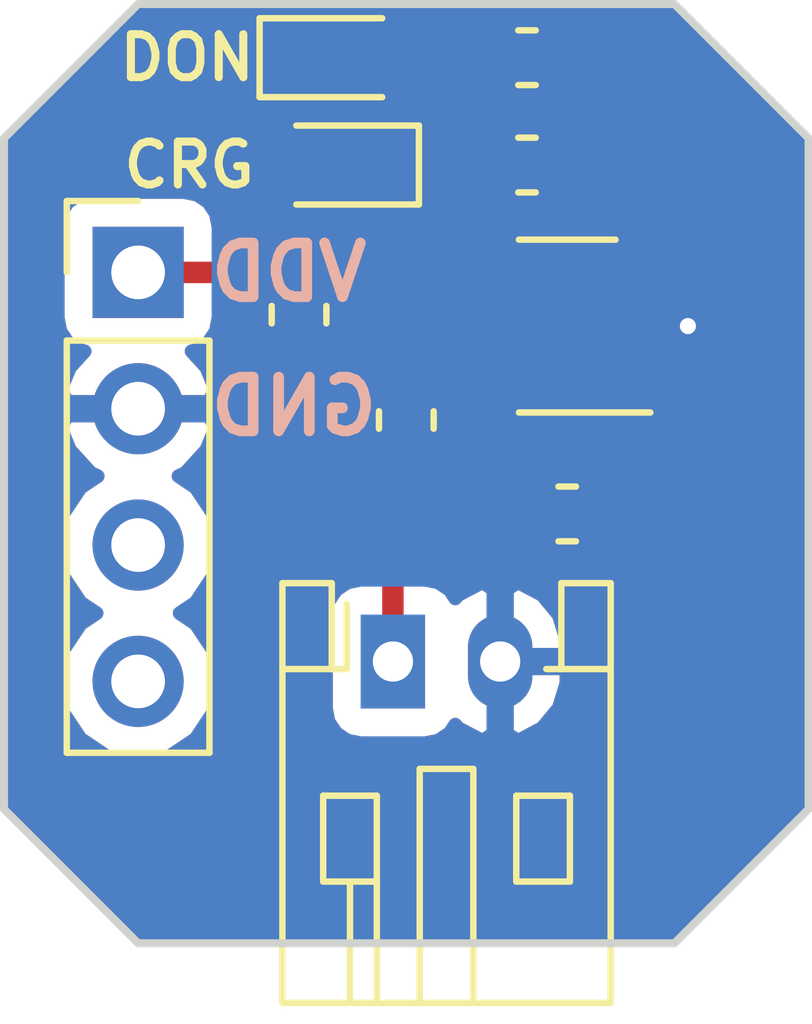
<source format=kicad_pcb>
(kicad_pcb (version 20171130) (host pcbnew "(5.0.0-3-g5ebb6b6)")

  (general
    (thickness 1.6)
    (drawings 12)
    (tracks 34)
    (zones 0)
    (modules 10)
    (nets 10)
  )

  (page A4)
  (layers
    (0 F.Cu signal)
    (31 B.Cu signal)
    (32 B.Adhes user)
    (33 F.Adhes user)
    (34 B.Paste user)
    (35 F.Paste user)
    (36 B.SilkS user)
    (37 F.SilkS user)
    (38 B.Mask user)
    (39 F.Mask user)
    (40 Dwgs.User user)
    (41 Cmts.User user)
    (42 Eco1.User user)
    (43 Eco2.User user)
    (44 Edge.Cuts user)
    (45 Margin user)
    (46 B.CrtYd user)
    (47 F.CrtYd user)
    (48 B.Fab user)
    (49 F.Fab user)
  )

  (setup
    (last_trace_width 0.4)
    (user_trace_width 0.4)
    (trace_clearance 0.254)
    (zone_clearance 0.508)
    (zone_45_only no)
    (trace_min 0.2)
    (segment_width 0.2)
    (edge_width 0.15)
    (via_size 0.6)
    (via_drill 0.3)
    (via_min_size 0.4)
    (via_min_drill 0.3)
    (uvia_size 0.3)
    (uvia_drill 0.1)
    (uvias_allowed no)
    (uvia_min_size 0.2)
    (uvia_min_drill 0.1)
    (pcb_text_width 0.3)
    (pcb_text_size 1.5 1.5)
    (mod_edge_width 0.15)
    (mod_text_size 1 1)
    (mod_text_width 0.15)
    (pad_size 1.524 1.524)
    (pad_drill 0.762)
    (pad_to_mask_clearance 0.2)
    (aux_axis_origin 0 0)
    (visible_elements FFFFFF7F)
    (pcbplotparams
      (layerselection 0x010fc_ffffffff)
      (usegerberextensions false)
      (usegerberattributes false)
      (usegerberadvancedattributes false)
      (creategerberjobfile false)
      (excludeedgelayer true)
      (linewidth 0.100000)
      (plotframeref false)
      (viasonmask false)
      (mode 1)
      (useauxorigin false)
      (hpglpennumber 1)
      (hpglpenspeed 20)
      (hpglpendiameter 15.000000)
      (psnegative false)
      (psa4output false)
      (plotreference true)
      (plotvalue true)
      (plotinvisibletext false)
      (padsonsilk false)
      (subtractmaskfromsilk false)
      (outputformat 1)
      (mirror false)
      (drillshape 1)
      (scaleselection 1)
      (outputdirectory ""))
  )

  (net 0 "")
  (net 1 GND)
  (net 2 VDD)
  (net 3 VBAT)
  (net 4 "Net-(CGU1-Pad1)")
  (net 5 "Net-(CGU1-Pad5)")
  (net 6 "Net-(D1-Pad1)")
  (net 7 "Net-(D2-Pad2)")
  (net 8 RX)
  (net 9 TX)

  (net_class Default "This is the default net class."
    (clearance 0.254)
    (trace_width 0.254)
    (via_dia 0.6)
    (via_drill 0.3)
    (uvia_dia 0.3)
    (uvia_drill 0.1)
    (add_net GND)
    (add_net "Net-(CGU1-Pad1)")
    (add_net "Net-(CGU1-Pad5)")
    (add_net "Net-(D1-Pad1)")
    (add_net "Net-(D2-Pad2)")
    (add_net RX)
    (add_net TX)
    (add_net VBAT)
    (add_net VDD)
  )

  (module Capacitor_SMD:C_0603_1608Metric (layer F.Cu) (tedit 5E4B8CCF) (tstamp 5E4B89DA)
    (at 103 100.7875 90)
    (descr "Capacitor SMD 0603 (1608 Metric), square (rectangular) end terminal, IPC_7351 nominal, (Body size source: http://www.tortai-tech.com/upload/download/2011102023233369053.pdf), generated with kicad-footprint-generator")
    (tags capacitor)
    (path /5E4B72EC)
    (attr smd)
    (fp_text reference C1 (at -2.4625 0 270) (layer F.SilkS) hide
      (effects (font (size 1 1) (thickness 0.15)))
    )
    (fp_text value 10uF (at 0 1.43 90) (layer F.Fab) hide
      (effects (font (size 1 1) (thickness 0.15)))
    )
    (fp_line (start -0.8 0.4) (end -0.8 -0.4) (layer F.Fab) (width 0.1))
    (fp_line (start -0.8 -0.4) (end 0.8 -0.4) (layer F.Fab) (width 0.1))
    (fp_line (start 0.8 -0.4) (end 0.8 0.4) (layer F.Fab) (width 0.1))
    (fp_line (start 0.8 0.4) (end -0.8 0.4) (layer F.Fab) (width 0.1))
    (fp_line (start -0.162779 -0.51) (end 0.162779 -0.51) (layer F.SilkS) (width 0.12))
    (fp_line (start -0.162779 0.51) (end 0.162779 0.51) (layer F.SilkS) (width 0.12))
    (fp_line (start -1.48 0.73) (end -1.48 -0.73) (layer F.CrtYd) (width 0.05))
    (fp_line (start -1.48 -0.73) (end 1.48 -0.73) (layer F.CrtYd) (width 0.05))
    (fp_line (start 1.48 -0.73) (end 1.48 0.73) (layer F.CrtYd) (width 0.05))
    (fp_line (start 1.48 0.73) (end -1.48 0.73) (layer F.CrtYd) (width 0.05))
    (fp_text user %R (at 0 0 90) (layer F.Fab)
      (effects (font (size 0.4 0.4) (thickness 0.06)))
    )
    (pad 1 smd roundrect (at -0.7875 0 90) (size 0.875 0.95) (layers F.Cu F.Paste F.Mask) (roundrect_rratio 0.25)
      (net 1 GND))
    (pad 2 smd roundrect (at 0.7875 0 90) (size 0.875 0.95) (layers F.Cu F.Paste F.Mask) (roundrect_rratio 0.25)
      (net 2 VDD))
    (model ${KISYS3DMOD}/Capacitor_SMD.3dshapes/C_0603_1608Metric.wrl
      (at (xyz 0 0 0))
      (scale (xyz 1 1 1))
      (rotate (xyz 0 0 0))
    )
  )

  (module Capacitor_SMD:C_0603_1608Metric (layer F.Cu) (tedit 5E4B8CC5) (tstamp 5E4B99A4)
    (at 108 104.5)
    (descr "Capacitor SMD 0603 (1608 Metric), square (rectangular) end terminal, IPC_7351 nominal, (Body size source: http://www.tortai-tech.com/upload/download/2011102023233369053.pdf), generated with kicad-footprint-generator")
    (tags capacitor)
    (path /5E4B7CFC)
    (attr smd)
    (fp_text reference C2 (at 0 -1.43) (layer F.SilkS) hide
      (effects (font (size 1 1) (thickness 0.15)))
    )
    (fp_text value 10uF (at 0 1.43) (layer F.Fab) hide
      (effects (font (size 1 1) (thickness 0.15)))
    )
    (fp_text user %R (at 0 0) (layer F.Fab)
      (effects (font (size 0.4 0.4) (thickness 0.06)))
    )
    (fp_line (start 1.48 0.73) (end -1.48 0.73) (layer F.CrtYd) (width 0.05))
    (fp_line (start 1.48 -0.73) (end 1.48 0.73) (layer F.CrtYd) (width 0.05))
    (fp_line (start -1.48 -0.73) (end 1.48 -0.73) (layer F.CrtYd) (width 0.05))
    (fp_line (start -1.48 0.73) (end -1.48 -0.73) (layer F.CrtYd) (width 0.05))
    (fp_line (start -0.162779 0.51) (end 0.162779 0.51) (layer F.SilkS) (width 0.12))
    (fp_line (start -0.162779 -0.51) (end 0.162779 -0.51) (layer F.SilkS) (width 0.12))
    (fp_line (start 0.8 0.4) (end -0.8 0.4) (layer F.Fab) (width 0.1))
    (fp_line (start 0.8 -0.4) (end 0.8 0.4) (layer F.Fab) (width 0.1))
    (fp_line (start -0.8 -0.4) (end 0.8 -0.4) (layer F.Fab) (width 0.1))
    (fp_line (start -0.8 0.4) (end -0.8 -0.4) (layer F.Fab) (width 0.1))
    (pad 2 smd roundrect (at 0.7875 0) (size 0.875 0.95) (layers F.Cu F.Paste F.Mask) (roundrect_rratio 0.25)
      (net 1 GND))
    (pad 1 smd roundrect (at -0.7875 0) (size 0.875 0.95) (layers F.Cu F.Paste F.Mask) (roundrect_rratio 0.25)
      (net 3 VBAT))
    (model ${KISYS3DMOD}/Capacitor_SMD.3dshapes/C_0603_1608Metric.wrl
      (at (xyz 0 0 0))
      (scale (xyz 1 1 1))
      (rotate (xyz 0 0 0))
    )
  )

  (module Package_TO_SOT_SMD:SOT-23-5 (layer F.Cu) (tedit 5E4B8CBD) (tstamp 5E57AB9A)
    (at 108 101 180)
    (descr "5-pin SOT23 package")
    (tags SOT-23-5)
    (path /5E4B705D)
    (attr smd)
    (fp_text reference CGU1 (at 0 -2.9 180) (layer F.SilkS) hide
      (effects (font (size 1 1) (thickness 0.15)))
    )
    (fp_text value MCP73831-2-OT (at 0 2.9 180) (layer F.Fab) hide
      (effects (font (size 1 1) (thickness 0.15)))
    )
    (fp_text user %R (at 0 0 270) (layer F.Fab)
      (effects (font (size 0.5 0.5) (thickness 0.075)))
    )
    (fp_line (start -0.9 1.61) (end 0.9 1.61) (layer F.SilkS) (width 0.12))
    (fp_line (start 0.9 -1.61) (end -1.55 -1.61) (layer F.SilkS) (width 0.12))
    (fp_line (start -1.9 -1.8) (end 1.9 -1.8) (layer F.CrtYd) (width 0.05))
    (fp_line (start 1.9 -1.8) (end 1.9 1.8) (layer F.CrtYd) (width 0.05))
    (fp_line (start 1.9 1.8) (end -1.9 1.8) (layer F.CrtYd) (width 0.05))
    (fp_line (start -1.9 1.8) (end -1.9 -1.8) (layer F.CrtYd) (width 0.05))
    (fp_line (start -0.9 -0.9) (end -0.25 -1.55) (layer F.Fab) (width 0.1))
    (fp_line (start 0.9 -1.55) (end -0.25 -1.55) (layer F.Fab) (width 0.1))
    (fp_line (start -0.9 -0.9) (end -0.9 1.55) (layer F.Fab) (width 0.1))
    (fp_line (start 0.9 1.55) (end -0.9 1.55) (layer F.Fab) (width 0.1))
    (fp_line (start 0.9 -1.55) (end 0.9 1.55) (layer F.Fab) (width 0.1))
    (pad 1 smd rect (at -1.1 -0.95 180) (size 1.06 0.65) (layers F.Cu F.Paste F.Mask)
      (net 4 "Net-(CGU1-Pad1)"))
    (pad 2 smd rect (at -1.1 0 180) (size 1.06 0.65) (layers F.Cu F.Paste F.Mask)
      (net 1 GND))
    (pad 3 smd rect (at -1.1 0.95 180) (size 1.06 0.65) (layers F.Cu F.Paste F.Mask)
      (net 3 VBAT))
    (pad 4 smd rect (at 1.1 0.95 180) (size 1.06 0.65) (layers F.Cu F.Paste F.Mask)
      (net 2 VDD))
    (pad 5 smd rect (at 1.1 -0.95 180) (size 1.06 0.65) (layers F.Cu F.Paste F.Mask)
      (net 5 "Net-(CGU1-Pad5)"))
    (model ${KISYS3DMOD}/Package_TO_SOT_SMD.3dshapes/SOT-23-5.wrl
      (at (xyz 0 0 0))
      (scale (xyz 1 1 1))
      (rotate (xyz 0 0 0))
    )
  )

  (module LED_SMD:LED_0603_1608Metric (layer F.Cu) (tedit 5E4B883A) (tstamp 5E57BE3D)
    (at 103.75 98 180)
    (descr "LED SMD 0603 (1608 Metric), square (rectangular) end terminal, IPC_7351 nominal, (Body size source: http://www.tortai-tech.com/upload/download/2011102023233369053.pdf), generated with kicad-footprint-generator")
    (tags diode)
    (path /5E4B8767)
    (attr smd)
    (fp_text reference D1 (at 0 -1.43 180) (layer F.SilkS) hide
      (effects (font (size 1 1) (thickness 0.15)))
    )
    (fp_text value CRG (at 3 0 180) (layer F.Fab) hide
      (effects (font (size 1 1) (thickness 0.15)))
    )
    (fp_line (start 0.8 -0.4) (end -0.5 -0.4) (layer F.Fab) (width 0.1))
    (fp_line (start -0.5 -0.4) (end -0.8 -0.1) (layer F.Fab) (width 0.1))
    (fp_line (start -0.8 -0.1) (end -0.8 0.4) (layer F.Fab) (width 0.1))
    (fp_line (start -0.8 0.4) (end 0.8 0.4) (layer F.Fab) (width 0.1))
    (fp_line (start 0.8 0.4) (end 0.8 -0.4) (layer F.Fab) (width 0.1))
    (fp_line (start 0.8 -0.735) (end -1.485 -0.735) (layer F.SilkS) (width 0.12))
    (fp_line (start -1.485 -0.735) (end -1.485 0.735) (layer F.SilkS) (width 0.12))
    (fp_line (start -1.485 0.735) (end 0.8 0.735) (layer F.SilkS) (width 0.12))
    (fp_line (start -1.48 0.73) (end -1.48 -0.73) (layer F.CrtYd) (width 0.05))
    (fp_line (start -1.48 -0.73) (end 1.48 -0.73) (layer F.CrtYd) (width 0.05))
    (fp_line (start 1.48 -0.73) (end 1.48 0.73) (layer F.CrtYd) (width 0.05))
    (fp_line (start 1.48 0.73) (end -1.48 0.73) (layer F.CrtYd) (width 0.05))
    (fp_text user %R (at 0 0 180) (layer F.Fab)
      (effects (font (size 0.4 0.4) (thickness 0.06)))
    )
    (pad 1 smd roundrect (at -0.7875 0 180) (size 0.875 0.95) (layers F.Cu F.Paste F.Mask) (roundrect_rratio 0.25)
      (net 6 "Net-(D1-Pad1)"))
    (pad 2 smd roundrect (at 0.7875 0 180) (size 0.875 0.95) (layers F.Cu F.Paste F.Mask) (roundrect_rratio 0.25)
      (net 2 VDD))
    (model ${KISYS3DMOD}/LED_SMD.3dshapes/LED_0603_1608Metric.wrl
      (at (xyz 0 0 0))
      (scale (xyz 1 1 1))
      (rotate (xyz 0 0 0))
    )
  )

  (module LED_SMD:LED_0603_1608Metric (layer F.Cu) (tedit 5E4B8832) (tstamp 5E57ABC0)
    (at 103.75 96)
    (descr "LED SMD 0603 (1608 Metric), square (rectangular) end terminal, IPC_7351 nominal, (Body size source: http://www.tortai-tech.com/upload/download/2011102023233369053.pdf), generated with kicad-footprint-generator")
    (tags diode)
    (path /5E4B9154)
    (attr smd)
    (fp_text reference D2 (at 0 -1.43) (layer F.SilkS) hide
      (effects (font (size 1 1) (thickness 0.15)))
    )
    (fp_text value DONE (at -3.5 0) (layer F.Fab) hide
      (effects (font (size 1 1) (thickness 0.15)))
    )
    (fp_text user %R (at 0 0) (layer F.Fab)
      (effects (font (size 0.4 0.4) (thickness 0.06)))
    )
    (fp_line (start 1.48 0.73) (end -1.48 0.73) (layer F.CrtYd) (width 0.05))
    (fp_line (start 1.48 -0.73) (end 1.48 0.73) (layer F.CrtYd) (width 0.05))
    (fp_line (start -1.48 -0.73) (end 1.48 -0.73) (layer F.CrtYd) (width 0.05))
    (fp_line (start -1.48 0.73) (end -1.48 -0.73) (layer F.CrtYd) (width 0.05))
    (fp_line (start -1.485 0.735) (end 0.8 0.735) (layer F.SilkS) (width 0.12))
    (fp_line (start -1.485 -0.735) (end -1.485 0.735) (layer F.SilkS) (width 0.12))
    (fp_line (start 0.8 -0.735) (end -1.485 -0.735) (layer F.SilkS) (width 0.12))
    (fp_line (start 0.8 0.4) (end 0.8 -0.4) (layer F.Fab) (width 0.1))
    (fp_line (start -0.8 0.4) (end 0.8 0.4) (layer F.Fab) (width 0.1))
    (fp_line (start -0.8 -0.1) (end -0.8 0.4) (layer F.Fab) (width 0.1))
    (fp_line (start -0.5 -0.4) (end -0.8 -0.1) (layer F.Fab) (width 0.1))
    (fp_line (start 0.8 -0.4) (end -0.5 -0.4) (layer F.Fab) (width 0.1))
    (pad 2 smd roundrect (at 0.7875 0) (size 0.875 0.95) (layers F.Cu F.Paste F.Mask) (roundrect_rratio 0.25)
      (net 7 "Net-(D2-Pad2)"))
    (pad 1 smd roundrect (at -0.7875 0) (size 0.875 0.95) (layers F.Cu F.Paste F.Mask) (roundrect_rratio 0.25)
      (net 1 GND))
    (model ${KISYS3DMOD}/LED_SMD.3dshapes/LED_0603_1608Metric.wrl
      (at (xyz 0 0 0))
      (scale (xyz 1 1 1))
      (rotate (xyz 0 0 0))
    )
  )

  (module Connector_PinHeader_2.54mm:PinHeader_1x04_P2.54mm_Vertical (layer F.Cu) (tedit 5E4B85BA) (tstamp 5E57ABD8)
    (at 100 100)
    (descr "Through hole straight pin header, 1x04, 2.54mm pitch, single row")
    (tags "Through hole pin header THT 1x04 2.54mm single row")
    (path /5E4B7A25)
    (fp_text reference J1 (at 0 -2.33) (layer F.SilkS) hide
      (effects (font (size 1 1) (thickness 0.15)))
    )
    (fp_text value Conn_01x04 (at 0 9.95) (layer F.Fab) hide
      (effects (font (size 1 1) (thickness 0.15)))
    )
    (fp_line (start -0.635 -1.27) (end 1.27 -1.27) (layer F.Fab) (width 0.1))
    (fp_line (start 1.27 -1.27) (end 1.27 8.89) (layer F.Fab) (width 0.1))
    (fp_line (start 1.27 8.89) (end -1.27 8.89) (layer F.Fab) (width 0.1))
    (fp_line (start -1.27 8.89) (end -1.27 -0.635) (layer F.Fab) (width 0.1))
    (fp_line (start -1.27 -0.635) (end -0.635 -1.27) (layer F.Fab) (width 0.1))
    (fp_line (start -1.33 8.95) (end 1.33 8.95) (layer F.SilkS) (width 0.12))
    (fp_line (start -1.33 1.27) (end -1.33 8.95) (layer F.SilkS) (width 0.12))
    (fp_line (start 1.33 1.27) (end 1.33 8.95) (layer F.SilkS) (width 0.12))
    (fp_line (start -1.33 1.27) (end 1.33 1.27) (layer F.SilkS) (width 0.12))
    (fp_line (start -1.33 0) (end -1.33 -1.33) (layer F.SilkS) (width 0.12))
    (fp_line (start -1.33 -1.33) (end 0 -1.33) (layer F.SilkS) (width 0.12))
    (fp_line (start -1.8 -1.8) (end -1.8 9.4) (layer F.CrtYd) (width 0.05))
    (fp_line (start -1.8 9.4) (end 1.8 9.4) (layer F.CrtYd) (width 0.05))
    (fp_line (start 1.8 9.4) (end 1.8 -1.8) (layer F.CrtYd) (width 0.05))
    (fp_line (start 1.8 -1.8) (end -1.8 -1.8) (layer F.CrtYd) (width 0.05))
    (fp_text user %R (at 0 3.81 90) (layer F.Fab)
      (effects (font (size 1 1) (thickness 0.15)))
    )
    (pad 1 thru_hole rect (at 0 0) (size 1.7 1.7) (drill 1) (layers *.Cu *.Mask)
      (net 2 VDD))
    (pad 2 thru_hole oval (at 0 2.54) (size 1.7 1.7) (drill 1) (layers *.Cu *.Mask)
      (net 1 GND))
    (pad 3 thru_hole oval (at 0 5.08) (size 1.7 1.7) (drill 1) (layers *.Cu *.Mask)
      (net 8 RX))
    (pad 4 thru_hole oval (at 0 7.62) (size 1.7 1.7) (drill 1) (layers *.Cu *.Mask)
      (net 9 TX))
    (model ${KISYS3DMOD}/Connector_PinHeader_2.54mm.3dshapes/PinHeader_1x04_P2.54mm_Vertical.wrl
      (at (xyz 0 0 0))
      (scale (xyz 1 1 1))
      (rotate (xyz 0 0 0))
    )
  )

  (module Connector_JST:JST_PH_S2B-PH-K_1x02_P2.00mm_Horizontal (layer F.Cu) (tedit 5E4B7916) (tstamp 5E4B868E)
    (at 104.75 107.25)
    (descr "JST PH series connector, S2B-PH-K (http://www.jst-mfg.com/product/pdf/eng/ePH.pdf), generated with kicad-footprint-generator")
    (tags "connector JST PH top entry")
    (path /5E4B78CE)
    (fp_text reference JSTPH1 (at 1 -2.55) (layer F.SilkS) hide
      (effects (font (size 1 1) (thickness 0.15)))
    )
    (fp_text value Conn_01x02 (at 1 7.45) (layer F.Fab) hide
      (effects (font (size 1 1) (thickness 0.15)))
    )
    (fp_line (start -0.86 0.14) (end -1.14 0.14) (layer F.SilkS) (width 0.12))
    (fp_line (start -1.14 0.14) (end -1.14 -1.46) (layer F.SilkS) (width 0.12))
    (fp_line (start -1.14 -1.46) (end -2.06 -1.46) (layer F.SilkS) (width 0.12))
    (fp_line (start -2.06 -1.46) (end -2.06 6.36) (layer F.SilkS) (width 0.12))
    (fp_line (start -2.06 6.36) (end 4.06 6.36) (layer F.SilkS) (width 0.12))
    (fp_line (start 4.06 6.36) (end 4.06 -1.46) (layer F.SilkS) (width 0.12))
    (fp_line (start 4.06 -1.46) (end 3.14 -1.46) (layer F.SilkS) (width 0.12))
    (fp_line (start 3.14 -1.46) (end 3.14 0.14) (layer F.SilkS) (width 0.12))
    (fp_line (start 3.14 0.14) (end 2.86 0.14) (layer F.SilkS) (width 0.12))
    (fp_line (start 0.5 6.36) (end 0.5 2) (layer F.SilkS) (width 0.12))
    (fp_line (start 0.5 2) (end 1.5 2) (layer F.SilkS) (width 0.12))
    (fp_line (start 1.5 2) (end 1.5 6.36) (layer F.SilkS) (width 0.12))
    (fp_line (start -2.06 0.14) (end -1.14 0.14) (layer F.SilkS) (width 0.12))
    (fp_line (start 4.06 0.14) (end 3.14 0.14) (layer F.SilkS) (width 0.12))
    (fp_line (start -1.3 2.5) (end -1.3 4.1) (layer F.SilkS) (width 0.12))
    (fp_line (start -1.3 4.1) (end -0.3 4.1) (layer F.SilkS) (width 0.12))
    (fp_line (start -0.3 4.1) (end -0.3 2.5) (layer F.SilkS) (width 0.12))
    (fp_line (start -0.3 2.5) (end -1.3 2.5) (layer F.SilkS) (width 0.12))
    (fp_line (start 3.3 2.5) (end 3.3 4.1) (layer F.SilkS) (width 0.12))
    (fp_line (start 3.3 4.1) (end 2.3 4.1) (layer F.SilkS) (width 0.12))
    (fp_line (start 2.3 4.1) (end 2.3 2.5) (layer F.SilkS) (width 0.12))
    (fp_line (start 2.3 2.5) (end 3.3 2.5) (layer F.SilkS) (width 0.12))
    (fp_line (start -0.3 4.1) (end -0.3 6.36) (layer F.SilkS) (width 0.12))
    (fp_line (start -0.8 4.1) (end -0.8 6.36) (layer F.SilkS) (width 0.12))
    (fp_line (start -2.45 -1.85) (end -2.45 6.75) (layer F.CrtYd) (width 0.05))
    (fp_line (start -2.45 6.75) (end 4.45 6.75) (layer F.CrtYd) (width 0.05))
    (fp_line (start 4.45 6.75) (end 4.45 -1.85) (layer F.CrtYd) (width 0.05))
    (fp_line (start 4.45 -1.85) (end -2.45 -1.85) (layer F.CrtYd) (width 0.05))
    (fp_line (start -1.25 0.25) (end -1.25 -1.35) (layer F.Fab) (width 0.1))
    (fp_line (start -1.25 -1.35) (end -1.95 -1.35) (layer F.Fab) (width 0.1))
    (fp_line (start -1.95 -1.35) (end -1.95 6.25) (layer F.Fab) (width 0.1))
    (fp_line (start -1.95 6.25) (end 3.95 6.25) (layer F.Fab) (width 0.1))
    (fp_line (start 3.95 6.25) (end 3.95 -1.35) (layer F.Fab) (width 0.1))
    (fp_line (start 3.95 -1.35) (end 3.25 -1.35) (layer F.Fab) (width 0.1))
    (fp_line (start 3.25 -1.35) (end 3.25 0.25) (layer F.Fab) (width 0.1))
    (fp_line (start 3.25 0.25) (end -1.25 0.25) (layer F.Fab) (width 0.1))
    (fp_line (start -0.86 0.14) (end -0.86 -1.075) (layer F.SilkS) (width 0.12))
    (fp_line (start 0 0.875) (end -0.5 1.375) (layer F.Fab) (width 0.1))
    (fp_line (start -0.5 1.375) (end 0.5 1.375) (layer F.Fab) (width 0.1))
    (fp_line (start 0.5 1.375) (end 0 0.875) (layer F.Fab) (width 0.1))
    (fp_text user %R (at 1 2.5) (layer F.Fab)
      (effects (font (size 1 1) (thickness 0.15)))
    )
    (pad 1 thru_hole rect (at 0 0) (size 1.2 1.75) (drill 0.75) (layers *.Cu *.Mask)
      (net 3 VBAT))
    (pad 2 thru_hole oval (at 2 0) (size 1.2 1.75) (drill 0.75) (layers *.Cu *.Mask)
      (net 1 GND))
    (model ${KISYS3DMOD}/Connector_JST.3dshapes/JST_PH_S2B-PH-K_1x02_P2.00mm_Horizontal.wrl
      (at (xyz 0 0 0))
      (scale (xyz 1 1 1))
      (rotate (xyz 0 0 0))
    )
  )

  (module Resistor_SMD:R_0603_1608Metric (layer F.Cu) (tedit 5E4B8AF6) (tstamp 5E57AC18)
    (at 107.25 98 180)
    (descr "Resistor SMD 0603 (1608 Metric), square (rectangular) end terminal, IPC_7351 nominal, (Body size source: http://www.tortai-tech.com/upload/download/2011102023233369053.pdf), generated with kicad-footprint-generator")
    (tags resistor)
    (path /5E4B896E)
    (attr smd)
    (fp_text reference R2 (at -2.5 0 180) (layer F.SilkS) hide
      (effects (font (size 1 1) (thickness 0.15)))
    )
    (fp_text value 1k (at 0 1.43 180) (layer F.Fab) hide
      (effects (font (size 1 1) (thickness 0.15)))
    )
    (fp_line (start -0.8 0.4) (end -0.8 -0.4) (layer F.Fab) (width 0.1))
    (fp_line (start -0.8 -0.4) (end 0.8 -0.4) (layer F.Fab) (width 0.1))
    (fp_line (start 0.8 -0.4) (end 0.8 0.4) (layer F.Fab) (width 0.1))
    (fp_line (start 0.8 0.4) (end -0.8 0.4) (layer F.Fab) (width 0.1))
    (fp_line (start -0.162779 -0.51) (end 0.162779 -0.51) (layer F.SilkS) (width 0.12))
    (fp_line (start -0.162779 0.51) (end 0.162779 0.51) (layer F.SilkS) (width 0.12))
    (fp_line (start -1.48 0.73) (end -1.48 -0.73) (layer F.CrtYd) (width 0.05))
    (fp_line (start -1.48 -0.73) (end 1.48 -0.73) (layer F.CrtYd) (width 0.05))
    (fp_line (start 1.48 -0.73) (end 1.48 0.73) (layer F.CrtYd) (width 0.05))
    (fp_line (start 1.48 0.73) (end -1.48 0.73) (layer F.CrtYd) (width 0.05))
    (fp_text user %R (at 0 0 180) (layer F.Fab)
      (effects (font (size 0.4 0.4) (thickness 0.06)))
    )
    (pad 1 smd roundrect (at -0.7875 0 180) (size 0.875 0.95) (layers F.Cu F.Paste F.Mask) (roundrect_rratio 0.25)
      (net 4 "Net-(CGU1-Pad1)"))
    (pad 2 smd roundrect (at 0.7875 0 180) (size 0.875 0.95) (layers F.Cu F.Paste F.Mask) (roundrect_rratio 0.25)
      (net 6 "Net-(D1-Pad1)"))
    (model ${KISYS3DMOD}/Resistor_SMD.3dshapes/R_0603_1608Metric.wrl
      (at (xyz 0 0 0))
      (scale (xyz 1 1 1))
      (rotate (xyz 0 0 0))
    )
  )

  (module Resistor_SMD:R_0603_1608Metric (layer F.Cu) (tedit 5E4B8AEF) (tstamp 5E57AC29)
    (at 107.25 96 180)
    (descr "Resistor SMD 0603 (1608 Metric), square (rectangular) end terminal, IPC_7351 nominal, (Body size source: http://www.tortai-tech.com/upload/download/2011102023233369053.pdf), generated with kicad-footprint-generator")
    (tags resistor)
    (path /5E4B915B)
    (attr smd)
    (fp_text reference R3 (at -2.5 0 180) (layer F.SilkS) hide
      (effects (font (size 1 1) (thickness 0.15)))
    )
    (fp_text value 1k (at 0 1.43 180) (layer F.Fab) hide
      (effects (font (size 1 1) (thickness 0.15)))
    )
    (fp_text user %R (at 0 0 180) (layer F.Fab)
      (effects (font (size 0.4 0.4) (thickness 0.06)))
    )
    (fp_line (start 1.48 0.73) (end -1.48 0.73) (layer F.CrtYd) (width 0.05))
    (fp_line (start 1.48 -0.73) (end 1.48 0.73) (layer F.CrtYd) (width 0.05))
    (fp_line (start -1.48 -0.73) (end 1.48 -0.73) (layer F.CrtYd) (width 0.05))
    (fp_line (start -1.48 0.73) (end -1.48 -0.73) (layer F.CrtYd) (width 0.05))
    (fp_line (start -0.162779 0.51) (end 0.162779 0.51) (layer F.SilkS) (width 0.12))
    (fp_line (start -0.162779 -0.51) (end 0.162779 -0.51) (layer F.SilkS) (width 0.12))
    (fp_line (start 0.8 0.4) (end -0.8 0.4) (layer F.Fab) (width 0.1))
    (fp_line (start 0.8 -0.4) (end 0.8 0.4) (layer F.Fab) (width 0.1))
    (fp_line (start -0.8 -0.4) (end 0.8 -0.4) (layer F.Fab) (width 0.1))
    (fp_line (start -0.8 0.4) (end -0.8 -0.4) (layer F.Fab) (width 0.1))
    (pad 2 smd roundrect (at 0.7875 0 180) (size 0.875 0.95) (layers F.Cu F.Paste F.Mask) (roundrect_rratio 0.25)
      (net 7 "Net-(D2-Pad2)"))
    (pad 1 smd roundrect (at -0.7875 0 180) (size 0.875 0.95) (layers F.Cu F.Paste F.Mask) (roundrect_rratio 0.25)
      (net 4 "Net-(CGU1-Pad1)"))
    (model ${KISYS3DMOD}/Resistor_SMD.3dshapes/R_0603_1608Metric.wrl
      (at (xyz 0 0 0))
      (scale (xyz 1 1 1))
      (rotate (xyz 0 0 0))
    )
  )

  (module Resistor_SMD:R_0603_1608Metric (layer F.Cu) (tedit 5E4B8C5B) (tstamp 5E57AC3A)
    (at 105 102.75 90)
    (descr "Resistor SMD 0603 (1608 Metric), square (rectangular) end terminal, IPC_7351 nominal, (Body size source: http://www.tortai-tech.com/upload/download/2011102023233369053.pdf), generated with kicad-footprint-generator")
    (tags resistor)
    (path /5E4BA9FB)
    (attr smd)
    (fp_text reference RREF1 (at -3.75 0 90) (layer F.SilkS) hide
      (effects (font (size 1 1) (thickness 0.15)))
    )
    (fp_text value 2k (at 2.15 0 180) (layer F.Fab)
      (effects (font (size 1 1) (thickness 0.15)))
    )
    (fp_line (start -0.8 0.4) (end -0.8 -0.4) (layer F.Fab) (width 0.1))
    (fp_line (start -0.8 -0.4) (end 0.8 -0.4) (layer F.Fab) (width 0.1))
    (fp_line (start 0.8 -0.4) (end 0.8 0.4) (layer F.Fab) (width 0.1))
    (fp_line (start 0.8 0.4) (end -0.8 0.4) (layer F.Fab) (width 0.1))
    (fp_line (start -0.162779 -0.51) (end 0.162779 -0.51) (layer F.SilkS) (width 0.12))
    (fp_line (start -0.162779 0.51) (end 0.162779 0.51) (layer F.SilkS) (width 0.12))
    (fp_line (start -1.48 0.73) (end -1.48 -0.73) (layer F.CrtYd) (width 0.05))
    (fp_line (start -1.48 -0.73) (end 1.48 -0.73) (layer F.CrtYd) (width 0.05))
    (fp_line (start 1.48 -0.73) (end 1.48 0.73) (layer F.CrtYd) (width 0.05))
    (fp_line (start 1.48 0.73) (end -1.48 0.73) (layer F.CrtYd) (width 0.05))
    (fp_text user %R (at 0 0 90) (layer F.Fab)
      (effects (font (size 0.4 0.4) (thickness 0.06)))
    )
    (pad 1 smd roundrect (at -0.7875 0 90) (size 0.875 0.95) (layers F.Cu F.Paste F.Mask) (roundrect_rratio 0.25)
      (net 1 GND))
    (pad 2 smd roundrect (at 0.7875 0 90) (size 0.875 0.95) (layers F.Cu F.Paste F.Mask) (roundrect_rratio 0.25)
      (net 5 "Net-(CGU1-Pad5)"))
    (model ${KISYS3DMOD}/Resistor_SMD.3dshapes/R_0603_1608Metric.wrl
      (at (xyz 0 0 0))
      (scale (xyz 1 1 1))
      (rotate (xyz 0 0 0))
    )
  )

  (gr_line (start 110 95) (end 100 95) (layer Edge.Cuts) (width 0.15))
  (gr_line (start 112.5 97.5) (end 110 95) (layer Edge.Cuts) (width 0.15))
  (gr_line (start 112.5 110) (end 112.5 97.5) (layer Edge.Cuts) (width 0.15))
  (gr_line (start 110 112.5) (end 112.5 110) (layer Edge.Cuts) (width 0.15))
  (gr_line (start 100 112.5) (end 110 112.5) (layer Edge.Cuts) (width 0.15))
  (gr_line (start 97.5 110) (end 100 112.5) (layer Edge.Cuts) (width 0.15))
  (gr_line (start 97.5 97.5) (end 97.5 110) (layer Edge.Cuts) (width 0.15))
  (gr_line (start 100 95) (end 97.5 97.5) (layer Edge.Cuts) (width 0.15))
  (gr_text GND (at 101.25 102.5) (layer B.SilkS) (tstamp 5E4B923D)
    (effects (font (size 1 1) (thickness 0.2)) (justify right mirror))
  )
  (gr_text VDD (at 101.25 100) (layer B.SilkS) (tstamp 5E4B9347)
    (effects (font (size 1 1) (thickness 0.2)) (justify right mirror))
  )
  (gr_text CRG (at 102.25 98) (layer F.SilkS) (tstamp 5E4B9BB6)
    (effects (font (size 0.8 0.8) (thickness 0.15)) (justify right))
  )
  (gr_text DON (at 102.25 96) (layer F.SilkS)
    (effects (font (size 0.8 0.8) (thickness 0.15)) (justify right))
  )

  (segment (start 100.0125 99.9875) (end 100 100) (width 0.254) (layer F.Cu) (net 2))
  (segment (start 102.9 98.0125) (end 102.9125 98) (width 0.254) (layer F.Cu) (net 2))
  (segment (start 100 100) (end 103 100) (width 0.4) (layer F.Cu) (net 2))
  (segment (start 102.9625 99.9625) (end 103 100) (width 0.4) (layer F.Cu) (net 2))
  (segment (start 102.9625 98) (end 102.9625 99.9625) (width 0.4) (layer F.Cu) (net 2))
  (segment (start 109.15 101) (end 109.1 101.05) (width 0.4) (layer F.Cu) (net 1))
  (segment (start 109.1 101) (end 110.25 101) (width 0.254) (layer F.Cu) (net 1))
  (segment (start 109.924264 101) (end 110.25 101) (width 0.254) (layer F.Cu) (net 1))
  (segment (start 110.25 101) (end 109.924264 101) (width 0.254) (layer F.Cu) (net 1) (tstamp 5E4B95E2))
  (via (at 110.25 101) (size 0.6) (drill 0.3) (layers F.Cu B.Cu) (net 1))
  (segment (start 106.85 100) (end 106.9 100.05) (width 0.4) (layer F.Cu) (net 2))
  (segment (start 103 100) (end 106.85 100) (width 0.4) (layer F.Cu) (net 2))
  (segment (start 111.004001 102.245999) (end 111 102.25) (width 0.4) (layer F.Cu) (net 3))
  (segment (start 111.004001 100.504001) (end 111.004001 102.245999) (width 0.4) (layer F.Cu) (net 3))
  (segment (start 110.55 100.05) (end 111.004001 100.504001) (width 0.4) (layer F.Cu) (net 3))
  (segment (start 109.1 100.05) (end 110.55 100.05) (width 0.4) (layer F.Cu) (net 3))
  (segment (start 107.2125 103.5375) (end 107.2125 104.5) (width 0.4) (layer F.Cu) (net 3))
  (segment (start 110 103.25) (end 107.5 103.25) (width 0.4) (layer F.Cu) (net 3))
  (segment (start 107.5 103.25) (end 107.2125 103.5375) (width 0.4) (layer F.Cu) (net 3))
  (segment (start 111.004001 102.245999) (end 110 103.25) (width 0.4) (layer F.Cu) (net 3))
  (segment (start 107.2125 104.5) (end 106.25 104.5) (width 0.4) (layer F.Cu) (net 3))
  (segment (start 104.75 105.25) (end 104.75 107.25) (width 0.4) (layer F.Cu) (net 3))
  (segment (start 105.25 104.75) (end 104.75 105.25) (width 0.4) (layer F.Cu) (net 3))
  (segment (start 106 104.75) (end 105.25 104.75) (width 0.4) (layer F.Cu) (net 3))
  (segment (start 106.25 104.5) (end 106 104.75) (width 0.4) (layer F.Cu) (net 3))
  (segment (start 108.0375 98) (end 108.0375 96) (width 0.254) (layer F.Cu) (net 4))
  (segment (start 108 98.0375) (end 108.0375 98) (width 0.254) (layer F.Cu) (net 4))
  (segment (start 108.2 101.95) (end 108 101.75) (width 0.254) (layer F.Cu) (net 4))
  (segment (start 109.1 101.95) (end 108.2 101.95) (width 0.254) (layer F.Cu) (net 4))
  (segment (start 108 101.75) (end 108 98.0375) (width 0.254) (layer F.Cu) (net 4))
  (segment (start 105.0125 101.95) (end 105 101.9625) (width 0.4) (layer F.Cu) (net 5))
  (segment (start 106.9 101.95) (end 105.0125 101.95) (width 0.4) (layer F.Cu) (net 5))
  (segment (start 106.4625 98) (end 104.5375 98) (width 0.254) (layer F.Cu) (net 6))
  (segment (start 104.5375 96) (end 106.4625 96) (width 0.254) (layer F.Cu) (net 7))

  (zone (net 1) (net_name GND) (layer F.Cu) (tstamp 5E4B9599) (hatch edge 0.508)
    (connect_pads (clearance 0.508))
    (min_thickness 0.254)
    (fill yes (arc_segments 16) (thermal_gap 0.508) (thermal_bridge_width 0.508))
    (polygon
      (pts
        (xy 97.5 110) (xy 100 112.5) (xy 110 112.5) (xy 112.5 110) (xy 112.5 97.5)
        (xy 110 95) (xy 100 95) (xy 97.5 97.5)
      )
    )
    (filled_polygon
      (pts
        (xy 101.986673 95.165301) (xy 101.89 95.39869) (xy 101.89 95.71425) (xy 102.04875 95.873) (xy 102.8355 95.873)
        (xy 102.8355 95.853) (xy 103.0895 95.853) (xy 103.0895 95.873) (xy 103.1095 95.873) (xy 103.1095 96.127)
        (xy 103.0895 96.127) (xy 103.0895 96.147) (xy 102.8355 96.147) (xy 102.8355 96.127) (xy 102.04875 96.127)
        (xy 101.89 96.28575) (xy 101.89 96.60131) (xy 101.986673 96.834699) (xy 102.165302 97.013327) (xy 102.253245 97.049754)
        (xy 102.131261 97.131261) (xy 101.943495 97.412273) (xy 101.87756 97.74375) (xy 101.87756 98.25625) (xy 101.943495 98.587727)
        (xy 102.1275 98.863111) (xy 102.127501 99.165) (xy 101.49744 99.165) (xy 101.49744 99.15) (xy 101.448157 98.902235)
        (xy 101.307809 98.692191) (xy 101.097765 98.551843) (xy 100.85 98.50256) (xy 99.15 98.50256) (xy 98.902235 98.551843)
        (xy 98.692191 98.692191) (xy 98.551843 98.902235) (xy 98.50256 99.15) (xy 98.50256 100.85) (xy 98.551843 101.097765)
        (xy 98.692191 101.307809) (xy 98.902235 101.448157) (xy 99.005708 101.468739) (xy 98.728355 101.773076) (xy 98.558524 102.18311)
        (xy 98.679845 102.413) (xy 99.873 102.413) (xy 99.873 102.393) (xy 100.127 102.393) (xy 100.127 102.413)
        (xy 101.320155 102.413) (xy 101.441476 102.18311) (xy 101.307959 101.86075) (xy 101.89 101.86075) (xy 101.89 102.138809)
        (xy 101.986673 102.372198) (xy 102.165301 102.550827) (xy 102.39869 102.6475) (xy 102.71425 102.6475) (xy 102.873 102.48875)
        (xy 102.873 101.702) (xy 102.04875 101.702) (xy 101.89 101.86075) (xy 101.307959 101.86075) (xy 101.271645 101.773076)
        (xy 100.994292 101.468739) (xy 101.097765 101.448157) (xy 101.307809 101.307809) (xy 101.448157 101.097765) (xy 101.49744 100.85)
        (xy 101.49744 100.835) (xy 101.962981 100.835) (xy 101.89 101.011191) (xy 101.89 101.28925) (xy 102.04875 101.448)
        (xy 102.873 101.448) (xy 102.873 101.428) (xy 103.127 101.428) (xy 103.127 101.448) (xy 103.147 101.448)
        (xy 103.147 101.702) (xy 103.127 101.702) (xy 103.127 102.48875) (xy 103.28575 102.6475) (xy 103.60131 102.6475)
        (xy 103.834699 102.550827) (xy 103.931766 102.45376) (xy 103.943495 102.512727) (xy 104.051943 102.675031) (xy 103.986673 102.740302)
        (xy 103.89 102.973691) (xy 103.89 103.25175) (xy 104.04875 103.4105) (xy 104.873 103.4105) (xy 104.873 103.3905)
        (xy 105.127 103.3905) (xy 105.127 103.4105) (xy 105.95125 103.4105) (xy 106.11 103.25175) (xy 106.11 102.973691)
        (xy 106.047739 102.82338) (xy 106.122235 102.873157) (xy 106.37 102.92244) (xy 106.630043 102.92244) (xy 106.610499 102.935499)
        (xy 106.425948 103.2117) (xy 106.3775 103.455264) (xy 106.3775 103.455267) (xy 106.361143 103.5375) (xy 106.3775 103.619734)
        (xy 106.3775 103.636889) (xy 106.358717 103.665) (xy 106.332232 103.665) (xy 106.249999 103.648643) (xy 106.167766 103.665)
        (xy 106.167763 103.665) (xy 105.987589 103.700839) (xy 105.95125 103.6645) (xy 105.127 103.6645) (xy 105.127 103.6845)
        (xy 104.873 103.6845) (xy 104.873 103.6645) (xy 104.04875 103.6645) (xy 103.89 103.82325) (xy 103.89 104.101309)
        (xy 103.986673 104.334698) (xy 104.165301 104.513327) (xy 104.264653 104.55448) (xy 104.21772 104.601413) (xy 104.147999 104.647999)
        (xy 103.963448 104.9242) (xy 103.915 105.167764) (xy 103.915 105.167767) (xy 103.898643 105.25) (xy 103.915 105.332233)
        (xy 103.915 105.774304) (xy 103.902235 105.776843) (xy 103.692191 105.917191) (xy 103.551843 106.127235) (xy 103.50256 106.375)
        (xy 103.50256 108.125) (xy 103.551843 108.372765) (xy 103.692191 108.582809) (xy 103.902235 108.723157) (xy 104.15 108.77244)
        (xy 105.35 108.77244) (xy 105.597765 108.723157) (xy 105.807809 108.582809) (xy 105.913722 108.4243) (xy 105.966526 108.48808)
        (xy 106.394719 108.714592) (xy 106.432391 108.718462) (xy 106.623 108.593731) (xy 106.623 107.377) (xy 106.877 107.377)
        (xy 106.877 108.593731) (xy 107.067609 108.718462) (xy 107.105281 108.714592) (xy 107.533474 108.48808) (xy 107.84239 108.114947)
        (xy 107.985 107.652) (xy 107.985 107.377) (xy 106.877 107.377) (xy 106.623 107.377) (xy 106.603 107.377)
        (xy 106.603 107.123) (xy 106.623 107.123) (xy 106.623 105.906269) (xy 106.877 105.906269) (xy 106.877 107.123)
        (xy 107.985 107.123) (xy 107.985 106.848) (xy 107.84239 106.385053) (xy 107.533474 106.01192) (xy 107.105281 105.785408)
        (xy 107.067609 105.781538) (xy 106.877 105.906269) (xy 106.623 105.906269) (xy 106.432391 105.781538) (xy 106.394719 105.785408)
        (xy 105.966526 106.01192) (xy 105.913722 106.0757) (xy 105.807809 105.917191) (xy 105.597765 105.776843) (xy 105.585 105.774304)
        (xy 105.585 105.595867) (xy 105.595867 105.585) (xy 105.917767 105.585) (xy 106 105.601357) (xy 106.082233 105.585)
        (xy 106.082237 105.585) (xy 106.325801 105.536552) (xy 106.479106 105.434117) (xy 106.662273 105.556505) (xy 106.99375 105.62244)
        (xy 107.43125 105.62244) (xy 107.762727 105.556505) (xy 107.925031 105.448057) (xy 107.990302 105.513327) (xy 108.223691 105.61)
        (xy 108.50175 105.61) (xy 108.6605 105.45125) (xy 108.6605 104.627) (xy 108.9145 104.627) (xy 108.9145 105.45125)
        (xy 109.07325 105.61) (xy 109.351309 105.61) (xy 109.584698 105.513327) (xy 109.763327 105.334699) (xy 109.86 105.10131)
        (xy 109.86 104.78575) (xy 109.70125 104.627) (xy 108.9145 104.627) (xy 108.6605 104.627) (xy 108.6405 104.627)
        (xy 108.6405 104.373) (xy 108.6605 104.373) (xy 108.6605 104.353) (xy 108.9145 104.353) (xy 108.9145 104.373)
        (xy 109.70125 104.373) (xy 109.86 104.21425) (xy 109.86 104.085) (xy 109.917767 104.085) (xy 110 104.101357)
        (xy 110.082233 104.085) (xy 110.082237 104.085) (xy 110.325801 104.036552) (xy 110.602001 103.852001) (xy 110.648587 103.78228)
        (xy 111.536283 102.894584) (xy 111.606002 102.848) (xy 111.790553 102.5718) (xy 111.839001 102.328236) (xy 111.855359 102.245999)
        (xy 111.839001 102.163762) (xy 111.839001 100.586233) (xy 111.855358 100.504) (xy 111.839001 100.421765) (xy 111.839001 100.421764)
        (xy 111.790553 100.1782) (xy 111.606002 99.902) (xy 111.536284 99.855416) (xy 111.198587 99.51772) (xy 111.152001 99.447999)
        (xy 110.875801 99.263448) (xy 110.632237 99.215) (xy 110.632233 99.215) (xy 110.55 99.198643) (xy 110.467767 99.215)
        (xy 110.0097 99.215) (xy 109.877765 99.126843) (xy 109.63 99.07756) (xy 108.762 99.07756) (xy 108.762 98.94006)
        (xy 108.868739 98.868739) (xy 109.056505 98.587727) (xy 109.12244 98.25625) (xy 109.12244 97.74375) (xy 109.056505 97.412273)
        (xy 108.868739 97.131261) (xy 108.7995 97.084997) (xy 108.7995 96.915003) (xy 108.868739 96.868739) (xy 109.056505 96.587727)
        (xy 109.12244 96.25625) (xy 109.12244 95.74375) (xy 109.056505 95.412273) (xy 108.868739 95.131261) (xy 108.862362 95.127)
        (xy 109.947394 95.127) (xy 112.373 97.552606) (xy 112.373 109.947394) (xy 109.947394 112.373) (xy 100.052606 112.373)
        (xy 97.627 109.947394) (xy 97.627 105.08) (xy 98.485908 105.08) (xy 98.601161 105.659418) (xy 98.929375 106.150625)
        (xy 99.227761 106.35) (xy 98.929375 106.549375) (xy 98.601161 107.040582) (xy 98.485908 107.62) (xy 98.601161 108.199418)
        (xy 98.929375 108.690625) (xy 99.420582 109.018839) (xy 99.853744 109.105) (xy 100.146256 109.105) (xy 100.579418 109.018839)
        (xy 101.070625 108.690625) (xy 101.398839 108.199418) (xy 101.514092 107.62) (xy 101.398839 107.040582) (xy 101.070625 106.549375)
        (xy 100.772239 106.35) (xy 101.070625 106.150625) (xy 101.398839 105.659418) (xy 101.514092 105.08) (xy 101.398839 104.500582)
        (xy 101.070625 104.009375) (xy 100.751522 103.796157) (xy 100.881358 103.735183) (xy 101.271645 103.306924) (xy 101.441476 102.89689)
        (xy 101.320155 102.667) (xy 100.127 102.667) (xy 100.127 102.687) (xy 99.873 102.687) (xy 99.873 102.667)
        (xy 98.679845 102.667) (xy 98.558524 102.89689) (xy 98.728355 103.306924) (xy 99.118642 103.735183) (xy 99.248478 103.796157)
        (xy 98.929375 104.009375) (xy 98.601161 104.500582) (xy 98.485908 105.08) (xy 97.627 105.08) (xy 97.627 97.552606)
        (xy 100.052606 95.127) (xy 102.024974 95.127)
      )
    )
    (filled_polygon
      (pts
        (xy 110.169001 101.189751) (xy 110.106252 101.127002) (xy 110.169001 101.127002)
      )
    )
  )
  (zone (net 1) (net_name GND) (layer B.Cu) (tstamp 0) (hatch edge 0.508)
    (connect_pads (clearance 0.508))
    (min_thickness 0.254)
    (fill yes (arc_segments 16) (thermal_gap 0.508) (thermal_bridge_width 0.508))
    (polygon
      (pts
        (xy 100 95) (xy 97.5 97.5) (xy 97.5 110) (xy 100 112.5) (xy 110 112.5)
        (xy 112.5 110) (xy 112.5 97.5) (xy 110 95)
      )
    )
    (filled_polygon
      (pts
        (xy 112.373 97.552606) (xy 112.373 109.947394) (xy 109.947394 112.373) (xy 100.052606 112.373) (xy 97.627 109.947394)
        (xy 97.627 105.08) (xy 98.485908 105.08) (xy 98.601161 105.659418) (xy 98.929375 106.150625) (xy 99.227761 106.35)
        (xy 98.929375 106.549375) (xy 98.601161 107.040582) (xy 98.485908 107.62) (xy 98.601161 108.199418) (xy 98.929375 108.690625)
        (xy 99.420582 109.018839) (xy 99.853744 109.105) (xy 100.146256 109.105) (xy 100.579418 109.018839) (xy 101.070625 108.690625)
        (xy 101.398839 108.199418) (xy 101.514092 107.62) (xy 101.398839 107.040582) (xy 101.070625 106.549375) (xy 100.809655 106.375)
        (xy 103.50256 106.375) (xy 103.50256 108.125) (xy 103.551843 108.372765) (xy 103.692191 108.582809) (xy 103.902235 108.723157)
        (xy 104.15 108.77244) (xy 105.35 108.77244) (xy 105.597765 108.723157) (xy 105.807809 108.582809) (xy 105.913722 108.4243)
        (xy 105.966526 108.48808) (xy 106.394719 108.714592) (xy 106.432391 108.718462) (xy 106.623 108.593731) (xy 106.623 107.377)
        (xy 106.877 107.377) (xy 106.877 108.593731) (xy 107.067609 108.718462) (xy 107.105281 108.714592) (xy 107.533474 108.48808)
        (xy 107.84239 108.114947) (xy 107.985 107.652) (xy 107.985 107.377) (xy 106.877 107.377) (xy 106.623 107.377)
        (xy 106.603 107.377) (xy 106.603 107.123) (xy 106.623 107.123) (xy 106.623 105.906269) (xy 106.877 105.906269)
        (xy 106.877 107.123) (xy 107.985 107.123) (xy 107.985 106.848) (xy 107.84239 106.385053) (xy 107.533474 106.01192)
        (xy 107.105281 105.785408) (xy 107.067609 105.781538) (xy 106.877 105.906269) (xy 106.623 105.906269) (xy 106.432391 105.781538)
        (xy 106.394719 105.785408) (xy 105.966526 106.01192) (xy 105.913722 106.0757) (xy 105.807809 105.917191) (xy 105.597765 105.776843)
        (xy 105.35 105.72756) (xy 104.15 105.72756) (xy 103.902235 105.776843) (xy 103.692191 105.917191) (xy 103.551843 106.127235)
        (xy 103.50256 106.375) (xy 100.809655 106.375) (xy 100.772239 106.35) (xy 101.070625 106.150625) (xy 101.398839 105.659418)
        (xy 101.514092 105.08) (xy 101.398839 104.500582) (xy 101.070625 104.009375) (xy 100.751522 103.796157) (xy 100.881358 103.735183)
        (xy 101.271645 103.306924) (xy 101.441476 102.89689) (xy 101.320155 102.667) (xy 100.127 102.667) (xy 100.127 102.687)
        (xy 99.873 102.687) (xy 99.873 102.667) (xy 98.679845 102.667) (xy 98.558524 102.89689) (xy 98.728355 103.306924)
        (xy 99.118642 103.735183) (xy 99.248478 103.796157) (xy 98.929375 104.009375) (xy 98.601161 104.500582) (xy 98.485908 105.08)
        (xy 97.627 105.08) (xy 97.627 99.15) (xy 98.50256 99.15) (xy 98.50256 100.85) (xy 98.551843 101.097765)
        (xy 98.692191 101.307809) (xy 98.902235 101.448157) (xy 99.005708 101.468739) (xy 98.728355 101.773076) (xy 98.558524 102.18311)
        (xy 98.679845 102.413) (xy 99.873 102.413) (xy 99.873 102.393) (xy 100.127 102.393) (xy 100.127 102.413)
        (xy 101.320155 102.413) (xy 101.441476 102.18311) (xy 101.271645 101.773076) (xy 100.994292 101.468739) (xy 101.097765 101.448157)
        (xy 101.307809 101.307809) (xy 101.448157 101.097765) (xy 101.49744 100.85) (xy 101.49744 99.15) (xy 101.448157 98.902235)
        (xy 101.307809 98.692191) (xy 101.097765 98.551843) (xy 100.85 98.50256) (xy 99.15 98.50256) (xy 98.902235 98.551843)
        (xy 98.692191 98.692191) (xy 98.551843 98.902235) (xy 98.50256 99.15) (xy 97.627 99.15) (xy 97.627 97.552606)
        (xy 100.052606 95.127) (xy 109.947394 95.127)
      )
    )
  )
)

</source>
